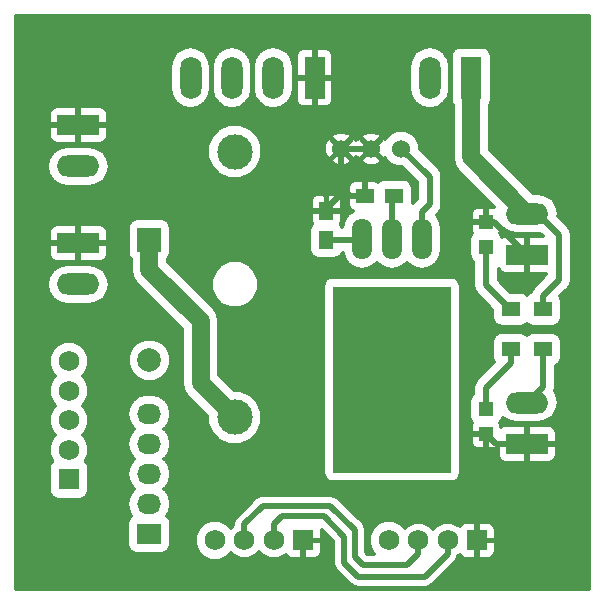
<source format=gbr>
G04 #@! TF.FileFunction,Copper,L2,Bot,Signal*
%FSLAX46Y46*%
G04 Gerber Fmt 4.6, Leading zero omitted, Abs format (unit mm)*
G04 Created by KiCad (PCBNEW 4.0.5) date Thu Feb 16 15:21:35 2017*
%MOMM*%
%LPD*%
G01*
G04 APERTURE LIST*
%ADD10C,0.100000*%
%ADD11R,1.750000X1.750000*%
%ADD12C,1.750000*%
%ADD13C,0.600000*%
%ADD14O,1.699260X3.500120*%
%ADD15R,10.000000X15.750000*%
%ADD16C,1.524000*%
%ADD17R,1.500000X1.300000*%
%ADD18R,1.198880X1.198880*%
%ADD19C,3.000000*%
%ADD20R,3.600000X1.800000*%
%ADD21O,3.600000X1.800000*%
%ADD22R,1.250000X1.500000*%
%ADD23R,1.500000X1.250000*%
%ADD24C,1.998980*%
%ADD25R,1.998980X1.998980*%
%ADD26R,2.032000X1.727200*%
%ADD27O,2.032000X1.727200*%
%ADD28R,1.800000X3.600000*%
%ADD29O,1.800000X3.600000*%
%ADD30C,4.064000*%
%ADD31C,0.500000*%
%ADD32C,1.500000*%
%ADD33C,0.250000*%
%ADD34C,0.350000*%
G04 APERTURE END LIST*
D10*
D11*
X125050000Y-95175000D03*
D12*
X122550000Y-95175000D03*
X120050000Y-95175000D03*
X117550000Y-95175000D03*
D13*
X115000000Y-95000000D03*
X110000000Y-95000000D03*
X145000000Y-90000000D03*
X140000000Y-90000000D03*
X125000000Y-90000000D03*
X115000000Y-90000000D03*
X115000000Y-85000000D03*
X140000000Y-80000000D03*
X125000000Y-80000000D03*
X110000000Y-80000000D03*
X140000000Y-75000000D03*
X110000000Y-75000000D03*
X125000000Y-70000000D03*
X120000000Y-70000000D03*
X115000000Y-70000000D03*
X145000000Y-65000000D03*
X125000000Y-65000000D03*
X120000000Y-65000000D03*
X115000000Y-65000000D03*
X130000000Y-60000000D03*
X125000000Y-60000000D03*
X130000000Y-55000000D03*
X110000000Y-55000000D03*
D14*
X132550000Y-69636000D03*
X135090000Y-69636000D03*
X130010000Y-69636000D03*
D15*
X132550000Y-81550000D03*
D16*
X135550000Y-83136000D03*
X135550000Y-81136000D03*
X135550000Y-79136000D03*
X135550000Y-77136000D03*
X135550000Y-75136000D03*
X133550000Y-77136000D03*
X133550000Y-75136000D03*
X133550000Y-79136000D03*
X133550000Y-81136000D03*
X133550000Y-83136000D03*
X131550000Y-75136000D03*
X129550000Y-79136000D03*
X131550000Y-79136000D03*
X131550000Y-77136000D03*
X129550000Y-75136000D03*
X129550000Y-77136000D03*
X129550000Y-81136000D03*
X131550000Y-83136000D03*
X131550000Y-81136000D03*
X129550000Y-83136000D03*
X135550000Y-85136000D03*
X135550000Y-87636000D03*
X129550000Y-85136000D03*
X129550000Y-87636000D03*
D17*
X145350000Y-75600000D03*
X142650000Y-75600000D03*
D18*
X140500000Y-70299020D03*
X140500000Y-68200980D03*
X140500000Y-84050980D03*
X140500000Y-86149020D03*
D17*
X145350000Y-79000000D03*
X142650000Y-79000000D03*
D19*
X119250000Y-84750000D03*
X119250000Y-62250000D03*
D20*
X144000000Y-87000000D03*
D21*
X144000000Y-83500000D03*
D11*
X139775000Y-95175000D03*
D12*
X137275000Y-95175000D03*
X134775000Y-95175000D03*
X132275000Y-95175000D03*
D11*
X105200000Y-90000000D03*
D12*
X105200000Y-87500000D03*
X105200000Y-85000000D03*
X105200000Y-82500000D03*
X105200000Y-80000000D03*
D22*
X127000000Y-69750000D03*
X127000000Y-67250000D03*
D23*
X132750000Y-66000000D03*
X130250000Y-66000000D03*
D24*
X112007620Y-79910000D03*
D25*
X112007620Y-69750000D03*
D26*
X112000000Y-94620000D03*
D27*
X112000000Y-92080000D03*
X112000000Y-89540000D03*
X112000000Y-87000000D03*
X112000000Y-84460000D03*
D16*
X130790000Y-62000000D03*
X128250000Y-62000000D03*
X133330000Y-62000000D03*
D20*
X106000000Y-60000000D03*
D21*
X106000000Y-63500000D03*
D20*
X106000000Y-70000000D03*
D21*
X106000000Y-73500000D03*
D28*
X126000000Y-56000000D03*
D29*
X122500000Y-56000000D03*
X119000000Y-56000000D03*
X115500000Y-56000000D03*
D28*
X139250000Y-56000000D03*
D29*
X135750000Y-56000000D03*
D20*
X144000000Y-71000000D03*
D21*
X144000000Y-67500000D03*
D30*
X104000000Y-96000000D03*
X104000000Y-54000000D03*
X146000000Y-96000000D03*
X146000000Y-54000000D03*
D31*
X145350000Y-79000000D02*
X145350000Y-82150000D01*
X145350000Y-82150000D02*
X144000000Y-83500000D01*
X132550000Y-69636000D02*
X132550000Y-66200000D01*
X132550000Y-66200000D02*
X132750000Y-66000000D01*
X134775000Y-96293868D02*
X134775000Y-95056432D01*
X127318393Y-92231420D02*
X129400011Y-94313038D01*
X120050000Y-95056432D02*
X120050000Y-93818996D01*
X120050000Y-93818996D02*
X121637576Y-92231420D01*
X121637576Y-92231420D02*
X127318393Y-92231420D01*
X129400011Y-94313038D02*
X129400011Y-96549808D01*
X129400011Y-96549808D02*
X130081635Y-97231432D01*
X130081635Y-97231432D02*
X133837436Y-97231432D01*
X133837436Y-97231432D02*
X134775000Y-96293868D01*
X126765001Y-93131431D02*
X123237565Y-93131431D01*
X137275000Y-96293868D02*
X135337436Y-98231432D01*
X135337436Y-98231432D02*
X129681595Y-98231432D01*
X123237565Y-93131431D02*
X122550000Y-93818996D01*
X137275000Y-95056432D02*
X137275000Y-96293868D01*
X122550000Y-93818996D02*
X122550000Y-95056432D01*
X128500000Y-94866430D02*
X126765001Y-93131431D01*
X129681595Y-98231432D02*
X128500000Y-97049837D01*
X128500000Y-97049837D02*
X128500000Y-94866430D01*
X144000000Y-87000000D02*
X141350980Y-87000000D01*
X141350980Y-87000000D02*
X140500000Y-86149020D01*
X140500000Y-68200980D02*
X141200980Y-68200980D01*
X141200980Y-68200980D02*
X144000000Y-71000000D01*
X127000000Y-67250000D02*
X127000000Y-67125000D01*
X127000000Y-67125000D02*
X128250000Y-65875000D01*
X128250000Y-65875000D02*
X128250000Y-65250000D01*
X130250000Y-66000000D02*
X129000000Y-66000000D01*
X129000000Y-66000000D02*
X128250000Y-65250000D01*
X128250000Y-65250000D02*
X128250000Y-63077630D01*
X128250000Y-63077630D02*
X128250000Y-62000000D01*
X128250000Y-62000000D02*
X130790000Y-62000000D01*
D32*
X119250000Y-84750000D02*
X116349999Y-81849999D01*
X116349999Y-81849999D02*
X116349999Y-76591869D01*
X116349999Y-76591869D02*
X112007620Y-72249490D01*
X112007620Y-72249490D02*
X112007620Y-69750000D01*
D31*
X142650000Y-79000000D02*
X142650000Y-80150000D01*
X142650000Y-80150000D02*
X140500000Y-82300000D01*
X140500000Y-82300000D02*
X140500000Y-82951540D01*
X140500000Y-82951540D02*
X140500000Y-84050980D01*
X140650000Y-83800980D02*
X140500000Y-83950980D01*
X142650000Y-75600000D02*
X142550000Y-75600000D01*
X142550000Y-75600000D02*
X140500000Y-73550000D01*
X140500000Y-73550000D02*
X140500000Y-72650000D01*
X140500000Y-72650000D02*
X140500000Y-70299020D01*
X145350000Y-75600000D02*
X145350000Y-74450000D01*
X145350000Y-74450000D02*
X146700001Y-73099999D01*
X146700001Y-73099999D02*
X146700001Y-69300001D01*
X144900000Y-67500000D02*
X144000000Y-67500000D01*
X146700001Y-69300001D02*
X144900000Y-67500000D01*
D32*
X139250000Y-62750000D02*
X144000000Y-67500000D01*
X139250000Y-62750000D02*
X139250000Y-56000000D01*
D31*
X135750000Y-66725940D02*
X135750000Y-64420000D01*
X135750000Y-64420000D02*
X133330000Y-62000000D01*
X135090000Y-69636000D02*
X135090000Y-67385940D01*
X135090000Y-67385940D02*
X135750000Y-66725940D01*
X135104000Y-69650000D02*
X135090000Y-69636000D01*
X135090000Y-69636000D02*
X135090000Y-70536430D01*
X135040000Y-69586000D02*
X135090000Y-69636000D01*
D33*
X135180000Y-69546000D02*
X135090000Y-69636000D01*
D31*
X129896000Y-69750000D02*
X130010000Y-69636000D01*
X127000000Y-69750000D02*
X129896000Y-69750000D01*
X129874000Y-69500000D02*
X130010000Y-69636000D01*
D33*
X130275000Y-69371000D02*
X130010000Y-69636000D01*
D34*
G36*
X149242000Y-99242000D02*
X100758000Y-99242000D01*
X100758000Y-89125000D01*
X103483838Y-89125000D01*
X103483838Y-90875000D01*
X103541364Y-91180727D01*
X103722049Y-91461518D01*
X103997741Y-91649890D01*
X104325000Y-91716162D01*
X106075000Y-91716162D01*
X106380727Y-91658636D01*
X106661518Y-91477951D01*
X106849890Y-91202259D01*
X106916162Y-90875000D01*
X106916162Y-89125000D01*
X106858636Y-88819273D01*
X106677951Y-88538482D01*
X106611471Y-88493058D01*
X106640350Y-88464230D01*
X106899704Y-87839634D01*
X106900294Y-87163333D01*
X106642030Y-86538285D01*
X106354164Y-86249916D01*
X106640350Y-85964230D01*
X106899704Y-85339634D01*
X106900294Y-84663333D01*
X106816279Y-84460000D01*
X110122933Y-84460000D01*
X110251470Y-85106199D01*
X110617512Y-85654021D01*
X110731223Y-85730000D01*
X110617512Y-85805979D01*
X110251470Y-86353801D01*
X110122933Y-87000000D01*
X110251470Y-87646199D01*
X110617512Y-88194021D01*
X110731223Y-88270000D01*
X110617512Y-88345979D01*
X110251470Y-88893801D01*
X110122933Y-89540000D01*
X110251470Y-90186199D01*
X110617512Y-90734021D01*
X110731223Y-90810000D01*
X110617512Y-90885979D01*
X110251470Y-91433801D01*
X110122933Y-92080000D01*
X110251470Y-92726199D01*
X110495014Y-93090689D01*
X110397482Y-93153449D01*
X110209110Y-93429141D01*
X110142838Y-93756400D01*
X110142838Y-95483600D01*
X110200364Y-95789327D01*
X110381049Y-96070118D01*
X110656741Y-96258490D01*
X110984000Y-96324762D01*
X113016000Y-96324762D01*
X113321727Y-96267236D01*
X113602518Y-96086551D01*
X113790890Y-95810859D01*
X113851478Y-95511667D01*
X115849706Y-95511667D01*
X116107970Y-96136715D01*
X116585770Y-96615350D01*
X117210366Y-96874704D01*
X117886667Y-96875294D01*
X118511715Y-96617030D01*
X118900581Y-96228843D01*
X119166312Y-96495038D01*
X119738735Y-96732729D01*
X120358546Y-96733270D01*
X120931383Y-96496578D01*
X121300259Y-96128345D01*
X121666312Y-96495038D01*
X122238735Y-96732729D01*
X122858546Y-96733270D01*
X123431383Y-96496578D01*
X123565322Y-96362872D01*
X123595981Y-96436889D01*
X123788112Y-96629019D01*
X124039143Y-96733000D01*
X124800250Y-96733000D01*
X124971000Y-96562250D01*
X124971000Y-95254000D01*
X125129000Y-95254000D01*
X125129000Y-96562250D01*
X125299750Y-96733000D01*
X126060857Y-96733000D01*
X126311888Y-96629019D01*
X126504019Y-96436889D01*
X126608000Y-96185857D01*
X126608000Y-95424750D01*
X126437250Y-95254000D01*
X125129000Y-95254000D01*
X124971000Y-95254000D01*
X124951000Y-95254000D01*
X124951000Y-95096000D01*
X124971000Y-95096000D01*
X124971000Y-95076000D01*
X125129000Y-95076000D01*
X125129000Y-95096000D01*
X126437250Y-95096000D01*
X126608000Y-94925250D01*
X126608000Y-94293892D01*
X127567000Y-95252892D01*
X127567000Y-97049832D01*
X127566999Y-97049837D01*
X127638020Y-97406881D01*
X127840269Y-97709568D01*
X129021862Y-98891160D01*
X129021864Y-98891163D01*
X129324551Y-99093412D01*
X129383789Y-99105195D01*
X129681595Y-99164433D01*
X129681600Y-99164432D01*
X135337431Y-99164432D01*
X135337436Y-99164433D01*
X135694480Y-99093412D01*
X135997167Y-98891163D01*
X137934728Y-96953601D01*
X137934731Y-96953599D01*
X138136980Y-96650912D01*
X138170477Y-96482508D01*
X138290322Y-96362872D01*
X138320981Y-96436889D01*
X138513112Y-96629019D01*
X138764143Y-96733000D01*
X139525250Y-96733000D01*
X139696000Y-96562250D01*
X139696000Y-95254000D01*
X139854000Y-95254000D01*
X139854000Y-96562250D01*
X140024750Y-96733000D01*
X140785857Y-96733000D01*
X141036888Y-96629019D01*
X141229019Y-96436889D01*
X141333000Y-96185857D01*
X141333000Y-95424750D01*
X141162250Y-95254000D01*
X139854000Y-95254000D01*
X139696000Y-95254000D01*
X139676000Y-95254000D01*
X139676000Y-95096000D01*
X139696000Y-95096000D01*
X139696000Y-93787750D01*
X139854000Y-93787750D01*
X139854000Y-95096000D01*
X141162250Y-95096000D01*
X141333000Y-94925250D01*
X141333000Y-94164143D01*
X141229019Y-93913111D01*
X141036888Y-93720981D01*
X140785857Y-93617000D01*
X140024750Y-93617000D01*
X139854000Y-93787750D01*
X139696000Y-93787750D01*
X139525250Y-93617000D01*
X138764143Y-93617000D01*
X138513112Y-93720981D01*
X138320981Y-93913111D01*
X138290410Y-93986915D01*
X138158688Y-93854962D01*
X137586265Y-93617271D01*
X136966454Y-93616730D01*
X136393617Y-93853422D01*
X136024741Y-94221655D01*
X135658688Y-93854962D01*
X135086265Y-93617271D01*
X134466454Y-93616730D01*
X133893617Y-93853422D01*
X133625238Y-94121333D01*
X133239230Y-93734650D01*
X132614634Y-93475296D01*
X131938333Y-93474706D01*
X131313285Y-93732970D01*
X130834650Y-94210770D01*
X130575296Y-94835366D01*
X130574706Y-95511667D01*
X130832970Y-96136715D01*
X130994405Y-96298432D01*
X130468097Y-96298432D01*
X130333011Y-96163346D01*
X130333011Y-94313038D01*
X130261991Y-93955994D01*
X130059742Y-93653307D01*
X130059739Y-93653305D01*
X127978124Y-91571689D01*
X127675437Y-91369440D01*
X127318393Y-91298419D01*
X127318388Y-91298420D01*
X121637581Y-91298420D01*
X121637576Y-91298419D01*
X121339770Y-91357657D01*
X121280532Y-91369440D01*
X120977845Y-91571689D01*
X120977843Y-91571692D01*
X119390269Y-93159265D01*
X119188020Y-93461952D01*
X119116999Y-93818996D01*
X119117000Y-93819001D01*
X119117000Y-93904949D01*
X118900238Y-94121333D01*
X118514230Y-93734650D01*
X117889634Y-93475296D01*
X117213333Y-93474706D01*
X116588285Y-93732970D01*
X116109650Y-94210770D01*
X115850296Y-94835366D01*
X115849706Y-95511667D01*
X113851478Y-95511667D01*
X113857162Y-95483600D01*
X113857162Y-93756400D01*
X113799636Y-93450673D01*
X113618951Y-93169882D01*
X113504379Y-93091598D01*
X113748530Y-92726199D01*
X113877067Y-92080000D01*
X113748530Y-91433801D01*
X113382488Y-90885979D01*
X113268777Y-90810000D01*
X113382488Y-90734021D01*
X113748530Y-90186199D01*
X113877067Y-89540000D01*
X113748530Y-88893801D01*
X113382488Y-88345979D01*
X113268777Y-88270000D01*
X113382488Y-88194021D01*
X113748530Y-87646199D01*
X113877067Y-87000000D01*
X113748530Y-86353801D01*
X113382488Y-85805979D01*
X113268777Y-85730000D01*
X113382488Y-85654021D01*
X113748530Y-85106199D01*
X113877067Y-84460000D01*
X113748530Y-83813801D01*
X113382488Y-83265979D01*
X112834666Y-82899937D01*
X112188467Y-82771400D01*
X111811533Y-82771400D01*
X111165334Y-82899937D01*
X110617512Y-83265979D01*
X110251470Y-83813801D01*
X110122933Y-84460000D01*
X106816279Y-84460000D01*
X106642030Y-84038285D01*
X106354164Y-83749916D01*
X106640350Y-83464230D01*
X106899704Y-82839634D01*
X106900294Y-82163333D01*
X106642030Y-81538285D01*
X106354164Y-81249916D01*
X106640350Y-80964230D01*
X106899704Y-80339634D01*
X106899763Y-80271321D01*
X110182814Y-80271321D01*
X110459991Y-80942140D01*
X110972780Y-81455826D01*
X111643114Y-81734173D01*
X112368941Y-81734806D01*
X113039760Y-81457629D01*
X113553446Y-80944840D01*
X113831793Y-80274506D01*
X113832426Y-79548679D01*
X113555249Y-78877860D01*
X113042460Y-78364174D01*
X112372126Y-78085827D01*
X111646299Y-78085194D01*
X110975480Y-78362371D01*
X110461794Y-78875160D01*
X110183447Y-79545494D01*
X110182814Y-80271321D01*
X106899763Y-80271321D01*
X106900294Y-79663333D01*
X106642030Y-79038285D01*
X106164230Y-78559650D01*
X105539634Y-78300296D01*
X104863333Y-78299706D01*
X104238285Y-78557970D01*
X103759650Y-79035770D01*
X103500296Y-79660366D01*
X103499706Y-80336667D01*
X103757970Y-80961715D01*
X104045836Y-81250084D01*
X103759650Y-81535770D01*
X103500296Y-82160366D01*
X103499706Y-82836667D01*
X103757970Y-83461715D01*
X104045836Y-83750084D01*
X103759650Y-84035770D01*
X103500296Y-84660366D01*
X103499706Y-85336667D01*
X103757970Y-85961715D01*
X104045836Y-86250084D01*
X103759650Y-86535770D01*
X103500296Y-87160366D01*
X103499706Y-87836667D01*
X103757970Y-88461715D01*
X103787020Y-88490816D01*
X103738482Y-88522049D01*
X103550110Y-88797741D01*
X103483838Y-89125000D01*
X100758000Y-89125000D01*
X100758000Y-73500000D01*
X103323573Y-73500000D01*
X103454881Y-74160129D01*
X103828814Y-74719759D01*
X104388444Y-75093692D01*
X105048573Y-75225000D01*
X106951427Y-75225000D01*
X107611556Y-75093692D01*
X108171186Y-74719759D01*
X108545119Y-74160129D01*
X108676427Y-73500000D01*
X108545119Y-72839871D01*
X108171186Y-72280241D01*
X107611556Y-71906308D01*
X106951427Y-71775000D01*
X105048573Y-71775000D01*
X104388444Y-71906308D01*
X103828814Y-72280241D01*
X103454881Y-72839871D01*
X103323573Y-73500000D01*
X100758000Y-73500000D01*
X100758000Y-70249750D01*
X103517000Y-70249750D01*
X103517000Y-71035857D01*
X103620981Y-71286888D01*
X103813111Y-71479019D01*
X104064143Y-71583000D01*
X105750250Y-71583000D01*
X105921000Y-71412250D01*
X105921000Y-70079000D01*
X106079000Y-70079000D01*
X106079000Y-71412250D01*
X106249750Y-71583000D01*
X107935857Y-71583000D01*
X108186889Y-71479019D01*
X108379019Y-71286888D01*
X108483000Y-71035857D01*
X108483000Y-70249750D01*
X108312250Y-70079000D01*
X106079000Y-70079000D01*
X105921000Y-70079000D01*
X103687750Y-70079000D01*
X103517000Y-70249750D01*
X100758000Y-70249750D01*
X100758000Y-68964143D01*
X103517000Y-68964143D01*
X103517000Y-69750250D01*
X103687750Y-69921000D01*
X105921000Y-69921000D01*
X105921000Y-68587750D01*
X106079000Y-68587750D01*
X106079000Y-69921000D01*
X108312250Y-69921000D01*
X108483000Y-69750250D01*
X108483000Y-68964143D01*
X108394510Y-68750510D01*
X110166968Y-68750510D01*
X110166968Y-70749490D01*
X110224494Y-71055217D01*
X110405179Y-71336008D01*
X110432620Y-71354758D01*
X110432620Y-72249490D01*
X110552510Y-72852217D01*
X110893927Y-73363183D01*
X114774999Y-77244255D01*
X114774999Y-81849999D01*
X114894889Y-82452726D01*
X115236306Y-82963692D01*
X116925085Y-84652471D01*
X116924598Y-85210442D01*
X117277812Y-86065286D01*
X117931274Y-86719889D01*
X118785500Y-87074595D01*
X119710442Y-87075402D01*
X120565286Y-86722188D01*
X121219889Y-86068726D01*
X121574595Y-85214500D01*
X121575402Y-84289558D01*
X121222188Y-83434714D01*
X120568726Y-82780111D01*
X119714500Y-82425405D01*
X119152300Y-82424914D01*
X117924999Y-81197613D01*
X117924999Y-76591869D01*
X117805109Y-75989143D01*
X117805109Y-75989142D01*
X117463692Y-75478176D01*
X115888131Y-73902615D01*
X117216648Y-73902615D01*
X117525501Y-74650098D01*
X118096894Y-75222489D01*
X118843837Y-75532647D01*
X119652615Y-75533352D01*
X120400098Y-75224499D01*
X120972489Y-74653106D01*
X121282647Y-73906163D01*
X121282848Y-73675000D01*
X126708838Y-73675000D01*
X126708838Y-89425000D01*
X126766364Y-89730727D01*
X126947049Y-90011518D01*
X127222741Y-90199890D01*
X127550000Y-90266162D01*
X137550000Y-90266162D01*
X137855727Y-90208636D01*
X138136518Y-90027951D01*
X138324890Y-89752259D01*
X138391162Y-89425000D01*
X138391162Y-86398770D01*
X139217560Y-86398770D01*
X139217560Y-86884317D01*
X139321541Y-87135348D01*
X139513671Y-87327479D01*
X139764703Y-87431460D01*
X140250250Y-87431460D01*
X140421000Y-87260710D01*
X140421000Y-86228020D01*
X139388310Y-86228020D01*
X139217560Y-86398770D01*
X138391162Y-86398770D01*
X138391162Y-83451540D01*
X139059398Y-83451540D01*
X139059398Y-84650420D01*
X139116924Y-84956147D01*
X139293459Y-85230488D01*
X139217560Y-85413723D01*
X139217560Y-85899270D01*
X139388310Y-86070020D01*
X140421000Y-86070020D01*
X140421000Y-86050020D01*
X140579000Y-86050020D01*
X140579000Y-86070020D01*
X140599000Y-86070020D01*
X140599000Y-86228020D01*
X140579000Y-86228020D01*
X140579000Y-87260710D01*
X140749750Y-87431460D01*
X141235297Y-87431460D01*
X141486329Y-87327479D01*
X141517000Y-87296808D01*
X141517000Y-88035857D01*
X141620981Y-88286888D01*
X141813111Y-88479019D01*
X142064143Y-88583000D01*
X143750250Y-88583000D01*
X143921000Y-88412250D01*
X143921000Y-87079000D01*
X144079000Y-87079000D01*
X144079000Y-88412250D01*
X144249750Y-88583000D01*
X145935857Y-88583000D01*
X146186889Y-88479019D01*
X146379019Y-88286888D01*
X146483000Y-88035857D01*
X146483000Y-87249750D01*
X146312250Y-87079000D01*
X144079000Y-87079000D01*
X143921000Y-87079000D01*
X143901000Y-87079000D01*
X143901000Y-86921000D01*
X143921000Y-86921000D01*
X143921000Y-85587750D01*
X144079000Y-85587750D01*
X144079000Y-86921000D01*
X146312250Y-86921000D01*
X146483000Y-86750250D01*
X146483000Y-85964143D01*
X146379019Y-85713112D01*
X146186889Y-85520981D01*
X145935857Y-85417000D01*
X144249750Y-85417000D01*
X144079000Y-85587750D01*
X143921000Y-85587750D01*
X143750250Y-85417000D01*
X142064143Y-85417000D01*
X141813111Y-85520981D01*
X141782440Y-85551652D01*
X141782440Y-85413723D01*
X141704674Y-85225980D01*
X141874330Y-84977679D01*
X141914911Y-84777287D01*
X142388444Y-85093692D01*
X143048573Y-85225000D01*
X144951427Y-85225000D01*
X145611556Y-85093692D01*
X146171186Y-84719759D01*
X146545119Y-84160129D01*
X146676427Y-83500000D01*
X146545119Y-82839871D01*
X146346811Y-82543082D01*
X146425000Y-82150000D01*
X146425000Y-80421234D01*
X146686518Y-80252951D01*
X146874890Y-79977259D01*
X146941162Y-79650000D01*
X146941162Y-78350000D01*
X146883636Y-78044273D01*
X146702951Y-77763482D01*
X146427259Y-77575110D01*
X146100000Y-77508838D01*
X144600000Y-77508838D01*
X144294273Y-77566364D01*
X144013482Y-77747049D01*
X144002476Y-77763157D01*
X143727259Y-77575110D01*
X143400000Y-77508838D01*
X141900000Y-77508838D01*
X141594273Y-77566364D01*
X141313482Y-77747049D01*
X141125110Y-78022741D01*
X141058838Y-78350000D01*
X141058838Y-79650000D01*
X141116364Y-79955727D01*
X141197658Y-80082062D01*
X139739860Y-81539860D01*
X139506830Y-81888615D01*
X139425000Y-82300000D01*
X139425000Y-82777189D01*
X139314042Y-82848589D01*
X139125670Y-83124281D01*
X139059398Y-83451540D01*
X138391162Y-83451540D01*
X138391162Y-73675000D01*
X138333636Y-73369273D01*
X138152951Y-73088482D01*
X137877259Y-72900110D01*
X137550000Y-72833838D01*
X127550000Y-72833838D01*
X127244273Y-72891364D01*
X126963482Y-73072049D01*
X126775110Y-73347741D01*
X126708838Y-73675000D01*
X121282848Y-73675000D01*
X121283352Y-73097385D01*
X120974499Y-72349902D01*
X120403106Y-71777511D01*
X119656163Y-71467353D01*
X118847385Y-71466648D01*
X118099902Y-71775501D01*
X117527511Y-72346894D01*
X117217353Y-73093837D01*
X117216648Y-73902615D01*
X115888131Y-73902615D01*
X113582620Y-71597104D01*
X113582620Y-71359524D01*
X113593628Y-71352441D01*
X113782000Y-71076749D01*
X113848272Y-70749490D01*
X113848272Y-69000000D01*
X125533838Y-69000000D01*
X125533838Y-70500000D01*
X125591364Y-70805727D01*
X125772049Y-71086518D01*
X126047741Y-71274890D01*
X126375000Y-71341162D01*
X127625000Y-71341162D01*
X127930727Y-71283636D01*
X128211518Y-71102951D01*
X128386952Y-70846195D01*
X128462844Y-71227731D01*
X128825858Y-71771020D01*
X129369147Y-72134034D01*
X130010000Y-72261508D01*
X130650853Y-72134034D01*
X131194142Y-71771020D01*
X131280000Y-71642524D01*
X131365858Y-71771020D01*
X131909147Y-72134034D01*
X132550000Y-72261508D01*
X133190853Y-72134034D01*
X133734142Y-71771020D01*
X133820000Y-71642524D01*
X133905858Y-71771020D01*
X134449147Y-72134034D01*
X135090000Y-72261508D01*
X135730853Y-72134034D01*
X136274142Y-71771020D01*
X136637156Y-71227731D01*
X136764630Y-70586878D01*
X136764630Y-68685122D01*
X136637156Y-68044269D01*
X136362701Y-67633519D01*
X136510140Y-67486080D01*
X136523768Y-67465683D01*
X139217560Y-67465683D01*
X139217560Y-67951230D01*
X139388310Y-68121980D01*
X140421000Y-68121980D01*
X140421000Y-67089290D01*
X140250250Y-66918540D01*
X139764703Y-66918540D01*
X139513671Y-67022521D01*
X139321541Y-67214652D01*
X139217560Y-67465683D01*
X136523768Y-67465683D01*
X136629129Y-67308000D01*
X136743170Y-67137325D01*
X136825000Y-66725940D01*
X136825000Y-64420000D01*
X136743170Y-64008615D01*
X136510140Y-63659860D01*
X134916943Y-62066663D01*
X134917275Y-61685711D01*
X134676177Y-61102211D01*
X134230137Y-60655392D01*
X133647059Y-60413276D01*
X133015711Y-60412725D01*
X132432211Y-60653823D01*
X131985392Y-61099863D01*
X131951623Y-61181187D01*
X131765214Y-61136509D01*
X130901723Y-62000000D01*
X131765214Y-62863491D01*
X131951230Y-62818908D01*
X131983823Y-62897789D01*
X132429863Y-63344608D01*
X133012941Y-63586724D01*
X133396779Y-63587059D01*
X134675000Y-64865280D01*
X134675000Y-66280660D01*
X134341162Y-66614498D01*
X134341162Y-65375000D01*
X134283636Y-65069273D01*
X134102951Y-64788482D01*
X133827259Y-64600110D01*
X133500000Y-64533838D01*
X132000000Y-64533838D01*
X131694273Y-64591364D01*
X131413482Y-64772049D01*
X131392973Y-64802066D01*
X131386888Y-64795981D01*
X131135857Y-64692000D01*
X130499750Y-64692000D01*
X130329000Y-64862750D01*
X130329000Y-65921000D01*
X130349000Y-65921000D01*
X130349000Y-66079000D01*
X130329000Y-66079000D01*
X130329000Y-66099000D01*
X130171000Y-66099000D01*
X130171000Y-66079000D01*
X128987750Y-66079000D01*
X128817000Y-66249750D01*
X128817000Y-66760857D01*
X128920981Y-67011889D01*
X129113112Y-67204019D01*
X129210141Y-67244210D01*
X128825858Y-67500980D01*
X128462844Y-68044269D01*
X128351280Y-68605139D01*
X128227951Y-68413482D01*
X128197934Y-68392973D01*
X128204019Y-68386888D01*
X128308000Y-68135857D01*
X128308000Y-67499750D01*
X128137250Y-67329000D01*
X127079000Y-67329000D01*
X127079000Y-67349000D01*
X126921000Y-67349000D01*
X126921000Y-67329000D01*
X125862750Y-67329000D01*
X125692000Y-67499750D01*
X125692000Y-68135857D01*
X125795981Y-68386888D01*
X125799227Y-68390134D01*
X125788482Y-68397049D01*
X125600110Y-68672741D01*
X125533838Y-69000000D01*
X113848272Y-69000000D01*
X113848272Y-68750510D01*
X113790746Y-68444783D01*
X113610061Y-68163992D01*
X113334369Y-67975620D01*
X113007110Y-67909348D01*
X111008130Y-67909348D01*
X110702403Y-67966874D01*
X110421612Y-68147559D01*
X110233240Y-68423251D01*
X110166968Y-68750510D01*
X108394510Y-68750510D01*
X108379019Y-68713112D01*
X108186889Y-68520981D01*
X107935857Y-68417000D01*
X106249750Y-68417000D01*
X106079000Y-68587750D01*
X105921000Y-68587750D01*
X105750250Y-68417000D01*
X104064143Y-68417000D01*
X103813111Y-68520981D01*
X103620981Y-68713112D01*
X103517000Y-68964143D01*
X100758000Y-68964143D01*
X100758000Y-66364143D01*
X125692000Y-66364143D01*
X125692000Y-67000250D01*
X125862750Y-67171000D01*
X126921000Y-67171000D01*
X126921000Y-65987750D01*
X127079000Y-65987750D01*
X127079000Y-67171000D01*
X128137250Y-67171000D01*
X128308000Y-67000250D01*
X128308000Y-66364143D01*
X128204019Y-66113112D01*
X128011889Y-65920981D01*
X127760857Y-65817000D01*
X127249750Y-65817000D01*
X127079000Y-65987750D01*
X126921000Y-65987750D01*
X126750250Y-65817000D01*
X126239143Y-65817000D01*
X125988111Y-65920981D01*
X125795981Y-66113112D01*
X125692000Y-66364143D01*
X100758000Y-66364143D01*
X100758000Y-65239143D01*
X128817000Y-65239143D01*
X128817000Y-65750250D01*
X128987750Y-65921000D01*
X130171000Y-65921000D01*
X130171000Y-64862750D01*
X130000250Y-64692000D01*
X129364143Y-64692000D01*
X129113112Y-64795981D01*
X128920981Y-64988111D01*
X128817000Y-65239143D01*
X100758000Y-65239143D01*
X100758000Y-63500000D01*
X103323573Y-63500000D01*
X103454881Y-64160129D01*
X103828814Y-64719759D01*
X104388444Y-65093692D01*
X105048573Y-65225000D01*
X106951427Y-65225000D01*
X107611556Y-65093692D01*
X108171186Y-64719759D01*
X108545119Y-64160129D01*
X108676427Y-63500000D01*
X108545119Y-62839871D01*
X108458638Y-62710442D01*
X116924598Y-62710442D01*
X117277812Y-63565286D01*
X117931274Y-64219889D01*
X118785500Y-64574595D01*
X119710442Y-64575402D01*
X120565286Y-64222188D01*
X121219889Y-63568726D01*
X121466336Y-62975214D01*
X127386509Y-62975214D01*
X127449169Y-63236652D01*
X127983375Y-63448983D01*
X128558172Y-63440718D01*
X129050831Y-63236652D01*
X129113491Y-62975214D01*
X129926509Y-62975214D01*
X129989169Y-63236652D01*
X130523375Y-63448983D01*
X131098172Y-63440718D01*
X131590831Y-63236652D01*
X131653491Y-62975214D01*
X130790000Y-62111723D01*
X129926509Y-62975214D01*
X129113491Y-62975214D01*
X128250000Y-62111723D01*
X127386509Y-62975214D01*
X121466336Y-62975214D01*
X121574595Y-62714500D01*
X121575402Y-61789558D01*
X121552188Y-61733375D01*
X126801017Y-61733375D01*
X126809282Y-62308172D01*
X127013348Y-62800831D01*
X127274786Y-62863491D01*
X128138277Y-62000000D01*
X128361723Y-62000000D01*
X129225214Y-62863491D01*
X129486652Y-62800831D01*
X129519312Y-62718661D01*
X129553348Y-62800831D01*
X129814786Y-62863491D01*
X130678277Y-62000000D01*
X129814786Y-61136509D01*
X129553348Y-61199169D01*
X129520688Y-61281339D01*
X129486652Y-61199169D01*
X129225214Y-61136509D01*
X128361723Y-62000000D01*
X128138277Y-62000000D01*
X127274786Y-61136509D01*
X127013348Y-61199169D01*
X126801017Y-61733375D01*
X121552188Y-61733375D01*
X121259405Y-61024786D01*
X127386509Y-61024786D01*
X128250000Y-61888277D01*
X129113491Y-61024786D01*
X129926509Y-61024786D01*
X130790000Y-61888277D01*
X131653491Y-61024786D01*
X131590831Y-60763348D01*
X131056625Y-60551017D01*
X130481828Y-60559282D01*
X129989169Y-60763348D01*
X129926509Y-61024786D01*
X129113491Y-61024786D01*
X129050831Y-60763348D01*
X128516625Y-60551017D01*
X127941828Y-60559282D01*
X127449169Y-60763348D01*
X127386509Y-61024786D01*
X121259405Y-61024786D01*
X121222188Y-60934714D01*
X120568726Y-60280111D01*
X119714500Y-59925405D01*
X118789558Y-59924598D01*
X117934714Y-60277812D01*
X117280111Y-60931274D01*
X116925405Y-61785500D01*
X116924598Y-62710442D01*
X108458638Y-62710442D01*
X108171186Y-62280241D01*
X107611556Y-61906308D01*
X106951427Y-61775000D01*
X105048573Y-61775000D01*
X104388444Y-61906308D01*
X103828814Y-62280241D01*
X103454881Y-62839871D01*
X103323573Y-63500000D01*
X100758000Y-63500000D01*
X100758000Y-60249750D01*
X103517000Y-60249750D01*
X103517000Y-61035857D01*
X103620981Y-61286888D01*
X103813111Y-61479019D01*
X104064143Y-61583000D01*
X105750250Y-61583000D01*
X105921000Y-61412250D01*
X105921000Y-60079000D01*
X106079000Y-60079000D01*
X106079000Y-61412250D01*
X106249750Y-61583000D01*
X107935857Y-61583000D01*
X108186889Y-61479019D01*
X108379019Y-61286888D01*
X108483000Y-61035857D01*
X108483000Y-60249750D01*
X108312250Y-60079000D01*
X106079000Y-60079000D01*
X105921000Y-60079000D01*
X103687750Y-60079000D01*
X103517000Y-60249750D01*
X100758000Y-60249750D01*
X100758000Y-58964143D01*
X103517000Y-58964143D01*
X103517000Y-59750250D01*
X103687750Y-59921000D01*
X105921000Y-59921000D01*
X105921000Y-58587750D01*
X106079000Y-58587750D01*
X106079000Y-59921000D01*
X108312250Y-59921000D01*
X108483000Y-59750250D01*
X108483000Y-58964143D01*
X108379019Y-58713112D01*
X108186889Y-58520981D01*
X107935857Y-58417000D01*
X106249750Y-58417000D01*
X106079000Y-58587750D01*
X105921000Y-58587750D01*
X105750250Y-58417000D01*
X104064143Y-58417000D01*
X103813111Y-58520981D01*
X103620981Y-58713112D01*
X103517000Y-58964143D01*
X100758000Y-58964143D01*
X100758000Y-55048573D01*
X113775000Y-55048573D01*
X113775000Y-56951427D01*
X113906308Y-57611556D01*
X114280241Y-58171186D01*
X114839871Y-58545119D01*
X115500000Y-58676427D01*
X116160129Y-58545119D01*
X116719759Y-58171186D01*
X117093692Y-57611556D01*
X117225000Y-56951427D01*
X117225000Y-55048573D01*
X117275000Y-55048573D01*
X117275000Y-56951427D01*
X117406308Y-57611556D01*
X117780241Y-58171186D01*
X118339871Y-58545119D01*
X119000000Y-58676427D01*
X119660129Y-58545119D01*
X120219759Y-58171186D01*
X120593692Y-57611556D01*
X120725000Y-56951427D01*
X120725000Y-55048573D01*
X120775000Y-55048573D01*
X120775000Y-56951427D01*
X120906308Y-57611556D01*
X121280241Y-58171186D01*
X121839871Y-58545119D01*
X122500000Y-58676427D01*
X123160129Y-58545119D01*
X123719759Y-58171186D01*
X124093692Y-57611556D01*
X124225000Y-56951427D01*
X124225000Y-56249750D01*
X124417000Y-56249750D01*
X124417000Y-57935857D01*
X124520981Y-58186889D01*
X124713112Y-58379019D01*
X124964143Y-58483000D01*
X125750250Y-58483000D01*
X125921000Y-58312250D01*
X125921000Y-56079000D01*
X126079000Y-56079000D01*
X126079000Y-58312250D01*
X126249750Y-58483000D01*
X127035857Y-58483000D01*
X127286888Y-58379019D01*
X127479019Y-58186889D01*
X127583000Y-57935857D01*
X127583000Y-56249750D01*
X127412250Y-56079000D01*
X126079000Y-56079000D01*
X125921000Y-56079000D01*
X124587750Y-56079000D01*
X124417000Y-56249750D01*
X124225000Y-56249750D01*
X124225000Y-55048573D01*
X124093692Y-54388444D01*
X123877001Y-54064143D01*
X124417000Y-54064143D01*
X124417000Y-55750250D01*
X124587750Y-55921000D01*
X125921000Y-55921000D01*
X125921000Y-53687750D01*
X126079000Y-53687750D01*
X126079000Y-55921000D01*
X127412250Y-55921000D01*
X127583000Y-55750250D01*
X127583000Y-55048573D01*
X134025000Y-55048573D01*
X134025000Y-56951427D01*
X134156308Y-57611556D01*
X134530241Y-58171186D01*
X135089871Y-58545119D01*
X135750000Y-58676427D01*
X136410129Y-58545119D01*
X136969759Y-58171186D01*
X137343692Y-57611556D01*
X137475000Y-56951427D01*
X137475000Y-55048573D01*
X137343692Y-54388444D01*
X137217778Y-54200000D01*
X137508838Y-54200000D01*
X137508838Y-57800000D01*
X137566364Y-58105727D01*
X137675000Y-58274551D01*
X137675000Y-62750000D01*
X137794890Y-63352727D01*
X138136307Y-63863693D01*
X141191154Y-66918540D01*
X140749750Y-66918540D01*
X140579000Y-67089290D01*
X140579000Y-68121980D01*
X140599000Y-68121980D01*
X140599000Y-68279980D01*
X140579000Y-68279980D01*
X140579000Y-68299980D01*
X140421000Y-68299980D01*
X140421000Y-68279980D01*
X139388310Y-68279980D01*
X139217560Y-68450730D01*
X139217560Y-68936277D01*
X139295326Y-69124020D01*
X139125670Y-69372321D01*
X139059398Y-69699580D01*
X139059398Y-70898460D01*
X139116924Y-71204187D01*
X139297609Y-71484978D01*
X139425000Y-71572020D01*
X139425000Y-73550000D01*
X139506830Y-73961385D01*
X139558434Y-74038616D01*
X139739860Y-74310140D01*
X141058838Y-75629118D01*
X141058838Y-76250000D01*
X141116364Y-76555727D01*
X141297049Y-76836518D01*
X141572741Y-77024890D01*
X141900000Y-77091162D01*
X143400000Y-77091162D01*
X143705727Y-77033636D01*
X143986518Y-76852951D01*
X143997524Y-76836843D01*
X144272741Y-77024890D01*
X144600000Y-77091162D01*
X146100000Y-77091162D01*
X146405727Y-77033636D01*
X146686518Y-76852951D01*
X146874890Y-76577259D01*
X146941162Y-76250000D01*
X146941162Y-74950000D01*
X146883636Y-74644273D01*
X146802342Y-74517938D01*
X147460141Y-73860139D01*
X147693172Y-73511383D01*
X147775001Y-73099999D01*
X147775001Y-69300001D01*
X147693171Y-68888616D01*
X147460141Y-68539861D01*
X146633929Y-67713649D01*
X146676427Y-67500000D01*
X146545119Y-66839871D01*
X146171186Y-66280241D01*
X145611556Y-65906308D01*
X144951427Y-65775000D01*
X144502386Y-65775000D01*
X140825000Y-62097614D01*
X140825000Y-58273453D01*
X140924890Y-58127259D01*
X140991162Y-57800000D01*
X140991162Y-54200000D01*
X140933636Y-53894273D01*
X140752951Y-53613482D01*
X140477259Y-53425110D01*
X140150000Y-53358838D01*
X138350000Y-53358838D01*
X138044273Y-53416364D01*
X137763482Y-53597049D01*
X137575110Y-53872741D01*
X137508838Y-54200000D01*
X137217778Y-54200000D01*
X136969759Y-53828814D01*
X136410129Y-53454881D01*
X135750000Y-53323573D01*
X135089871Y-53454881D01*
X134530241Y-53828814D01*
X134156308Y-54388444D01*
X134025000Y-55048573D01*
X127583000Y-55048573D01*
X127583000Y-54064143D01*
X127479019Y-53813111D01*
X127286888Y-53620981D01*
X127035857Y-53517000D01*
X126249750Y-53517000D01*
X126079000Y-53687750D01*
X125921000Y-53687750D01*
X125750250Y-53517000D01*
X124964143Y-53517000D01*
X124713112Y-53620981D01*
X124520981Y-53813111D01*
X124417000Y-54064143D01*
X123877001Y-54064143D01*
X123719759Y-53828814D01*
X123160129Y-53454881D01*
X122500000Y-53323573D01*
X121839871Y-53454881D01*
X121280241Y-53828814D01*
X120906308Y-54388444D01*
X120775000Y-55048573D01*
X120725000Y-55048573D01*
X120593692Y-54388444D01*
X120219759Y-53828814D01*
X119660129Y-53454881D01*
X119000000Y-53323573D01*
X118339871Y-53454881D01*
X117780241Y-53828814D01*
X117406308Y-54388444D01*
X117275000Y-55048573D01*
X117225000Y-55048573D01*
X117093692Y-54388444D01*
X116719759Y-53828814D01*
X116160129Y-53454881D01*
X115500000Y-53323573D01*
X114839871Y-53454881D01*
X114280241Y-53828814D01*
X113906308Y-54388444D01*
X113775000Y-55048573D01*
X100758000Y-55048573D01*
X100758000Y-50758000D01*
X149242000Y-50758000D01*
X149242000Y-99242000D01*
X149242000Y-99242000D01*
G37*
X149242000Y-99242000D02*
X100758000Y-99242000D01*
X100758000Y-89125000D01*
X103483838Y-89125000D01*
X103483838Y-90875000D01*
X103541364Y-91180727D01*
X103722049Y-91461518D01*
X103997741Y-91649890D01*
X104325000Y-91716162D01*
X106075000Y-91716162D01*
X106380727Y-91658636D01*
X106661518Y-91477951D01*
X106849890Y-91202259D01*
X106916162Y-90875000D01*
X106916162Y-89125000D01*
X106858636Y-88819273D01*
X106677951Y-88538482D01*
X106611471Y-88493058D01*
X106640350Y-88464230D01*
X106899704Y-87839634D01*
X106900294Y-87163333D01*
X106642030Y-86538285D01*
X106354164Y-86249916D01*
X106640350Y-85964230D01*
X106899704Y-85339634D01*
X106900294Y-84663333D01*
X106816279Y-84460000D01*
X110122933Y-84460000D01*
X110251470Y-85106199D01*
X110617512Y-85654021D01*
X110731223Y-85730000D01*
X110617512Y-85805979D01*
X110251470Y-86353801D01*
X110122933Y-87000000D01*
X110251470Y-87646199D01*
X110617512Y-88194021D01*
X110731223Y-88270000D01*
X110617512Y-88345979D01*
X110251470Y-88893801D01*
X110122933Y-89540000D01*
X110251470Y-90186199D01*
X110617512Y-90734021D01*
X110731223Y-90810000D01*
X110617512Y-90885979D01*
X110251470Y-91433801D01*
X110122933Y-92080000D01*
X110251470Y-92726199D01*
X110495014Y-93090689D01*
X110397482Y-93153449D01*
X110209110Y-93429141D01*
X110142838Y-93756400D01*
X110142838Y-95483600D01*
X110200364Y-95789327D01*
X110381049Y-96070118D01*
X110656741Y-96258490D01*
X110984000Y-96324762D01*
X113016000Y-96324762D01*
X113321727Y-96267236D01*
X113602518Y-96086551D01*
X113790890Y-95810859D01*
X113851478Y-95511667D01*
X115849706Y-95511667D01*
X116107970Y-96136715D01*
X116585770Y-96615350D01*
X117210366Y-96874704D01*
X117886667Y-96875294D01*
X118511715Y-96617030D01*
X118900581Y-96228843D01*
X119166312Y-96495038D01*
X119738735Y-96732729D01*
X120358546Y-96733270D01*
X120931383Y-96496578D01*
X121300259Y-96128345D01*
X121666312Y-96495038D01*
X122238735Y-96732729D01*
X122858546Y-96733270D01*
X123431383Y-96496578D01*
X123565322Y-96362872D01*
X123595981Y-96436889D01*
X123788112Y-96629019D01*
X124039143Y-96733000D01*
X124800250Y-96733000D01*
X124971000Y-96562250D01*
X124971000Y-95254000D01*
X125129000Y-95254000D01*
X125129000Y-96562250D01*
X125299750Y-96733000D01*
X126060857Y-96733000D01*
X126311888Y-96629019D01*
X126504019Y-96436889D01*
X126608000Y-96185857D01*
X126608000Y-95424750D01*
X126437250Y-95254000D01*
X125129000Y-95254000D01*
X124971000Y-95254000D01*
X124951000Y-95254000D01*
X124951000Y-95096000D01*
X124971000Y-95096000D01*
X124971000Y-95076000D01*
X125129000Y-95076000D01*
X125129000Y-95096000D01*
X126437250Y-95096000D01*
X126608000Y-94925250D01*
X126608000Y-94293892D01*
X127567000Y-95252892D01*
X127567000Y-97049832D01*
X127566999Y-97049837D01*
X127638020Y-97406881D01*
X127840269Y-97709568D01*
X129021862Y-98891160D01*
X129021864Y-98891163D01*
X129324551Y-99093412D01*
X129383789Y-99105195D01*
X129681595Y-99164433D01*
X129681600Y-99164432D01*
X135337431Y-99164432D01*
X135337436Y-99164433D01*
X135694480Y-99093412D01*
X135997167Y-98891163D01*
X137934728Y-96953601D01*
X137934731Y-96953599D01*
X138136980Y-96650912D01*
X138170477Y-96482508D01*
X138290322Y-96362872D01*
X138320981Y-96436889D01*
X138513112Y-96629019D01*
X138764143Y-96733000D01*
X139525250Y-96733000D01*
X139696000Y-96562250D01*
X139696000Y-95254000D01*
X139854000Y-95254000D01*
X139854000Y-96562250D01*
X140024750Y-96733000D01*
X140785857Y-96733000D01*
X141036888Y-96629019D01*
X141229019Y-96436889D01*
X141333000Y-96185857D01*
X141333000Y-95424750D01*
X141162250Y-95254000D01*
X139854000Y-95254000D01*
X139696000Y-95254000D01*
X139676000Y-95254000D01*
X139676000Y-95096000D01*
X139696000Y-95096000D01*
X139696000Y-93787750D01*
X139854000Y-93787750D01*
X139854000Y-95096000D01*
X141162250Y-95096000D01*
X141333000Y-94925250D01*
X141333000Y-94164143D01*
X141229019Y-93913111D01*
X141036888Y-93720981D01*
X140785857Y-93617000D01*
X140024750Y-93617000D01*
X139854000Y-93787750D01*
X139696000Y-93787750D01*
X139525250Y-93617000D01*
X138764143Y-93617000D01*
X138513112Y-93720981D01*
X138320981Y-93913111D01*
X138290410Y-93986915D01*
X138158688Y-93854962D01*
X137586265Y-93617271D01*
X136966454Y-93616730D01*
X136393617Y-93853422D01*
X136024741Y-94221655D01*
X135658688Y-93854962D01*
X135086265Y-93617271D01*
X134466454Y-93616730D01*
X133893617Y-93853422D01*
X133625238Y-94121333D01*
X133239230Y-93734650D01*
X132614634Y-93475296D01*
X131938333Y-93474706D01*
X131313285Y-93732970D01*
X130834650Y-94210770D01*
X130575296Y-94835366D01*
X130574706Y-95511667D01*
X130832970Y-96136715D01*
X130994405Y-96298432D01*
X130468097Y-96298432D01*
X130333011Y-96163346D01*
X130333011Y-94313038D01*
X130261991Y-93955994D01*
X130059742Y-93653307D01*
X130059739Y-93653305D01*
X127978124Y-91571689D01*
X127675437Y-91369440D01*
X127318393Y-91298419D01*
X127318388Y-91298420D01*
X121637581Y-91298420D01*
X121637576Y-91298419D01*
X121339770Y-91357657D01*
X121280532Y-91369440D01*
X120977845Y-91571689D01*
X120977843Y-91571692D01*
X119390269Y-93159265D01*
X119188020Y-93461952D01*
X119116999Y-93818996D01*
X119117000Y-93819001D01*
X119117000Y-93904949D01*
X118900238Y-94121333D01*
X118514230Y-93734650D01*
X117889634Y-93475296D01*
X117213333Y-93474706D01*
X116588285Y-93732970D01*
X116109650Y-94210770D01*
X115850296Y-94835366D01*
X115849706Y-95511667D01*
X113851478Y-95511667D01*
X113857162Y-95483600D01*
X113857162Y-93756400D01*
X113799636Y-93450673D01*
X113618951Y-93169882D01*
X113504379Y-93091598D01*
X113748530Y-92726199D01*
X113877067Y-92080000D01*
X113748530Y-91433801D01*
X113382488Y-90885979D01*
X113268777Y-90810000D01*
X113382488Y-90734021D01*
X113748530Y-90186199D01*
X113877067Y-89540000D01*
X113748530Y-88893801D01*
X113382488Y-88345979D01*
X113268777Y-88270000D01*
X113382488Y-88194021D01*
X113748530Y-87646199D01*
X113877067Y-87000000D01*
X113748530Y-86353801D01*
X113382488Y-85805979D01*
X113268777Y-85730000D01*
X113382488Y-85654021D01*
X113748530Y-85106199D01*
X113877067Y-84460000D01*
X113748530Y-83813801D01*
X113382488Y-83265979D01*
X112834666Y-82899937D01*
X112188467Y-82771400D01*
X111811533Y-82771400D01*
X111165334Y-82899937D01*
X110617512Y-83265979D01*
X110251470Y-83813801D01*
X110122933Y-84460000D01*
X106816279Y-84460000D01*
X106642030Y-84038285D01*
X106354164Y-83749916D01*
X106640350Y-83464230D01*
X106899704Y-82839634D01*
X106900294Y-82163333D01*
X106642030Y-81538285D01*
X106354164Y-81249916D01*
X106640350Y-80964230D01*
X106899704Y-80339634D01*
X106899763Y-80271321D01*
X110182814Y-80271321D01*
X110459991Y-80942140D01*
X110972780Y-81455826D01*
X111643114Y-81734173D01*
X112368941Y-81734806D01*
X113039760Y-81457629D01*
X113553446Y-80944840D01*
X113831793Y-80274506D01*
X113832426Y-79548679D01*
X113555249Y-78877860D01*
X113042460Y-78364174D01*
X112372126Y-78085827D01*
X111646299Y-78085194D01*
X110975480Y-78362371D01*
X110461794Y-78875160D01*
X110183447Y-79545494D01*
X110182814Y-80271321D01*
X106899763Y-80271321D01*
X106900294Y-79663333D01*
X106642030Y-79038285D01*
X106164230Y-78559650D01*
X105539634Y-78300296D01*
X104863333Y-78299706D01*
X104238285Y-78557970D01*
X103759650Y-79035770D01*
X103500296Y-79660366D01*
X103499706Y-80336667D01*
X103757970Y-80961715D01*
X104045836Y-81250084D01*
X103759650Y-81535770D01*
X103500296Y-82160366D01*
X103499706Y-82836667D01*
X103757970Y-83461715D01*
X104045836Y-83750084D01*
X103759650Y-84035770D01*
X103500296Y-84660366D01*
X103499706Y-85336667D01*
X103757970Y-85961715D01*
X104045836Y-86250084D01*
X103759650Y-86535770D01*
X103500296Y-87160366D01*
X103499706Y-87836667D01*
X103757970Y-88461715D01*
X103787020Y-88490816D01*
X103738482Y-88522049D01*
X103550110Y-88797741D01*
X103483838Y-89125000D01*
X100758000Y-89125000D01*
X100758000Y-73500000D01*
X103323573Y-73500000D01*
X103454881Y-74160129D01*
X103828814Y-74719759D01*
X104388444Y-75093692D01*
X105048573Y-75225000D01*
X106951427Y-75225000D01*
X107611556Y-75093692D01*
X108171186Y-74719759D01*
X108545119Y-74160129D01*
X108676427Y-73500000D01*
X108545119Y-72839871D01*
X108171186Y-72280241D01*
X107611556Y-71906308D01*
X106951427Y-71775000D01*
X105048573Y-71775000D01*
X104388444Y-71906308D01*
X103828814Y-72280241D01*
X103454881Y-72839871D01*
X103323573Y-73500000D01*
X100758000Y-73500000D01*
X100758000Y-70249750D01*
X103517000Y-70249750D01*
X103517000Y-71035857D01*
X103620981Y-71286888D01*
X103813111Y-71479019D01*
X104064143Y-71583000D01*
X105750250Y-71583000D01*
X105921000Y-71412250D01*
X105921000Y-70079000D01*
X106079000Y-70079000D01*
X106079000Y-71412250D01*
X106249750Y-71583000D01*
X107935857Y-71583000D01*
X108186889Y-71479019D01*
X108379019Y-71286888D01*
X108483000Y-71035857D01*
X108483000Y-70249750D01*
X108312250Y-70079000D01*
X106079000Y-70079000D01*
X105921000Y-70079000D01*
X103687750Y-70079000D01*
X103517000Y-70249750D01*
X100758000Y-70249750D01*
X100758000Y-68964143D01*
X103517000Y-68964143D01*
X103517000Y-69750250D01*
X103687750Y-69921000D01*
X105921000Y-69921000D01*
X105921000Y-68587750D01*
X106079000Y-68587750D01*
X106079000Y-69921000D01*
X108312250Y-69921000D01*
X108483000Y-69750250D01*
X108483000Y-68964143D01*
X108394510Y-68750510D01*
X110166968Y-68750510D01*
X110166968Y-70749490D01*
X110224494Y-71055217D01*
X110405179Y-71336008D01*
X110432620Y-71354758D01*
X110432620Y-72249490D01*
X110552510Y-72852217D01*
X110893927Y-73363183D01*
X114774999Y-77244255D01*
X114774999Y-81849999D01*
X114894889Y-82452726D01*
X115236306Y-82963692D01*
X116925085Y-84652471D01*
X116924598Y-85210442D01*
X117277812Y-86065286D01*
X117931274Y-86719889D01*
X118785500Y-87074595D01*
X119710442Y-87075402D01*
X120565286Y-86722188D01*
X121219889Y-86068726D01*
X121574595Y-85214500D01*
X121575402Y-84289558D01*
X121222188Y-83434714D01*
X120568726Y-82780111D01*
X119714500Y-82425405D01*
X119152300Y-82424914D01*
X117924999Y-81197613D01*
X117924999Y-76591869D01*
X117805109Y-75989143D01*
X117805109Y-75989142D01*
X117463692Y-75478176D01*
X115888131Y-73902615D01*
X117216648Y-73902615D01*
X117525501Y-74650098D01*
X118096894Y-75222489D01*
X118843837Y-75532647D01*
X119652615Y-75533352D01*
X120400098Y-75224499D01*
X120972489Y-74653106D01*
X121282647Y-73906163D01*
X121282848Y-73675000D01*
X126708838Y-73675000D01*
X126708838Y-89425000D01*
X126766364Y-89730727D01*
X126947049Y-90011518D01*
X127222741Y-90199890D01*
X127550000Y-90266162D01*
X137550000Y-90266162D01*
X137855727Y-90208636D01*
X138136518Y-90027951D01*
X138324890Y-89752259D01*
X138391162Y-89425000D01*
X138391162Y-86398770D01*
X139217560Y-86398770D01*
X139217560Y-86884317D01*
X139321541Y-87135348D01*
X139513671Y-87327479D01*
X139764703Y-87431460D01*
X140250250Y-87431460D01*
X140421000Y-87260710D01*
X140421000Y-86228020D01*
X139388310Y-86228020D01*
X139217560Y-86398770D01*
X138391162Y-86398770D01*
X138391162Y-83451540D01*
X139059398Y-83451540D01*
X139059398Y-84650420D01*
X139116924Y-84956147D01*
X139293459Y-85230488D01*
X139217560Y-85413723D01*
X139217560Y-85899270D01*
X139388310Y-86070020D01*
X140421000Y-86070020D01*
X140421000Y-86050020D01*
X140579000Y-86050020D01*
X140579000Y-86070020D01*
X140599000Y-86070020D01*
X140599000Y-86228020D01*
X140579000Y-86228020D01*
X140579000Y-87260710D01*
X140749750Y-87431460D01*
X141235297Y-87431460D01*
X141486329Y-87327479D01*
X141517000Y-87296808D01*
X141517000Y-88035857D01*
X141620981Y-88286888D01*
X141813111Y-88479019D01*
X142064143Y-88583000D01*
X143750250Y-88583000D01*
X143921000Y-88412250D01*
X143921000Y-87079000D01*
X144079000Y-87079000D01*
X144079000Y-88412250D01*
X144249750Y-88583000D01*
X145935857Y-88583000D01*
X146186889Y-88479019D01*
X146379019Y-88286888D01*
X146483000Y-88035857D01*
X146483000Y-87249750D01*
X146312250Y-87079000D01*
X144079000Y-87079000D01*
X143921000Y-87079000D01*
X143901000Y-87079000D01*
X143901000Y-86921000D01*
X143921000Y-86921000D01*
X143921000Y-85587750D01*
X144079000Y-85587750D01*
X144079000Y-86921000D01*
X146312250Y-86921000D01*
X146483000Y-86750250D01*
X146483000Y-85964143D01*
X146379019Y-85713112D01*
X146186889Y-85520981D01*
X145935857Y-85417000D01*
X144249750Y-85417000D01*
X144079000Y-85587750D01*
X143921000Y-85587750D01*
X143750250Y-85417000D01*
X142064143Y-85417000D01*
X141813111Y-85520981D01*
X141782440Y-85551652D01*
X141782440Y-85413723D01*
X141704674Y-85225980D01*
X141874330Y-84977679D01*
X141914911Y-84777287D01*
X142388444Y-85093692D01*
X143048573Y-85225000D01*
X144951427Y-85225000D01*
X145611556Y-85093692D01*
X146171186Y-84719759D01*
X146545119Y-84160129D01*
X146676427Y-83500000D01*
X146545119Y-82839871D01*
X146346811Y-82543082D01*
X146425000Y-82150000D01*
X146425000Y-80421234D01*
X146686518Y-80252951D01*
X146874890Y-79977259D01*
X146941162Y-79650000D01*
X146941162Y-78350000D01*
X146883636Y-78044273D01*
X146702951Y-77763482D01*
X146427259Y-77575110D01*
X146100000Y-77508838D01*
X144600000Y-77508838D01*
X144294273Y-77566364D01*
X144013482Y-77747049D01*
X144002476Y-77763157D01*
X143727259Y-77575110D01*
X143400000Y-77508838D01*
X141900000Y-77508838D01*
X141594273Y-77566364D01*
X141313482Y-77747049D01*
X141125110Y-78022741D01*
X141058838Y-78350000D01*
X141058838Y-79650000D01*
X141116364Y-79955727D01*
X141197658Y-80082062D01*
X139739860Y-81539860D01*
X139506830Y-81888615D01*
X139425000Y-82300000D01*
X139425000Y-82777189D01*
X139314042Y-82848589D01*
X139125670Y-83124281D01*
X139059398Y-83451540D01*
X138391162Y-83451540D01*
X138391162Y-73675000D01*
X138333636Y-73369273D01*
X138152951Y-73088482D01*
X137877259Y-72900110D01*
X137550000Y-72833838D01*
X127550000Y-72833838D01*
X127244273Y-72891364D01*
X126963482Y-73072049D01*
X126775110Y-73347741D01*
X126708838Y-73675000D01*
X121282848Y-73675000D01*
X121283352Y-73097385D01*
X120974499Y-72349902D01*
X120403106Y-71777511D01*
X119656163Y-71467353D01*
X118847385Y-71466648D01*
X118099902Y-71775501D01*
X117527511Y-72346894D01*
X117217353Y-73093837D01*
X117216648Y-73902615D01*
X115888131Y-73902615D01*
X113582620Y-71597104D01*
X113582620Y-71359524D01*
X113593628Y-71352441D01*
X113782000Y-71076749D01*
X113848272Y-70749490D01*
X113848272Y-69000000D01*
X125533838Y-69000000D01*
X125533838Y-70500000D01*
X125591364Y-70805727D01*
X125772049Y-71086518D01*
X126047741Y-71274890D01*
X126375000Y-71341162D01*
X127625000Y-71341162D01*
X127930727Y-71283636D01*
X128211518Y-71102951D01*
X128386952Y-70846195D01*
X128462844Y-71227731D01*
X128825858Y-71771020D01*
X129369147Y-72134034D01*
X130010000Y-72261508D01*
X130650853Y-72134034D01*
X131194142Y-71771020D01*
X131280000Y-71642524D01*
X131365858Y-71771020D01*
X131909147Y-72134034D01*
X132550000Y-72261508D01*
X133190853Y-72134034D01*
X133734142Y-71771020D01*
X133820000Y-71642524D01*
X133905858Y-71771020D01*
X134449147Y-72134034D01*
X135090000Y-72261508D01*
X135730853Y-72134034D01*
X136274142Y-71771020D01*
X136637156Y-71227731D01*
X136764630Y-70586878D01*
X136764630Y-68685122D01*
X136637156Y-68044269D01*
X136362701Y-67633519D01*
X136510140Y-67486080D01*
X136523768Y-67465683D01*
X139217560Y-67465683D01*
X139217560Y-67951230D01*
X139388310Y-68121980D01*
X140421000Y-68121980D01*
X140421000Y-67089290D01*
X140250250Y-66918540D01*
X139764703Y-66918540D01*
X139513671Y-67022521D01*
X139321541Y-67214652D01*
X139217560Y-67465683D01*
X136523768Y-67465683D01*
X136629129Y-67308000D01*
X136743170Y-67137325D01*
X136825000Y-66725940D01*
X136825000Y-64420000D01*
X136743170Y-64008615D01*
X136510140Y-63659860D01*
X134916943Y-62066663D01*
X134917275Y-61685711D01*
X134676177Y-61102211D01*
X134230137Y-60655392D01*
X133647059Y-60413276D01*
X133015711Y-60412725D01*
X132432211Y-60653823D01*
X131985392Y-61099863D01*
X131951623Y-61181187D01*
X131765214Y-61136509D01*
X130901723Y-62000000D01*
X131765214Y-62863491D01*
X131951230Y-62818908D01*
X131983823Y-62897789D01*
X132429863Y-63344608D01*
X133012941Y-63586724D01*
X133396779Y-63587059D01*
X134675000Y-64865280D01*
X134675000Y-66280660D01*
X134341162Y-66614498D01*
X134341162Y-65375000D01*
X134283636Y-65069273D01*
X134102951Y-64788482D01*
X133827259Y-64600110D01*
X133500000Y-64533838D01*
X132000000Y-64533838D01*
X131694273Y-64591364D01*
X131413482Y-64772049D01*
X131392973Y-64802066D01*
X131386888Y-64795981D01*
X131135857Y-64692000D01*
X130499750Y-64692000D01*
X130329000Y-64862750D01*
X130329000Y-65921000D01*
X130349000Y-65921000D01*
X130349000Y-66079000D01*
X130329000Y-66079000D01*
X130329000Y-66099000D01*
X130171000Y-66099000D01*
X130171000Y-66079000D01*
X128987750Y-66079000D01*
X128817000Y-66249750D01*
X128817000Y-66760857D01*
X128920981Y-67011889D01*
X129113112Y-67204019D01*
X129210141Y-67244210D01*
X128825858Y-67500980D01*
X128462844Y-68044269D01*
X128351280Y-68605139D01*
X128227951Y-68413482D01*
X128197934Y-68392973D01*
X128204019Y-68386888D01*
X128308000Y-68135857D01*
X128308000Y-67499750D01*
X128137250Y-67329000D01*
X127079000Y-67329000D01*
X127079000Y-67349000D01*
X126921000Y-67349000D01*
X126921000Y-67329000D01*
X125862750Y-67329000D01*
X125692000Y-67499750D01*
X125692000Y-68135857D01*
X125795981Y-68386888D01*
X125799227Y-68390134D01*
X125788482Y-68397049D01*
X125600110Y-68672741D01*
X125533838Y-69000000D01*
X113848272Y-69000000D01*
X113848272Y-68750510D01*
X113790746Y-68444783D01*
X113610061Y-68163992D01*
X113334369Y-67975620D01*
X113007110Y-67909348D01*
X111008130Y-67909348D01*
X110702403Y-67966874D01*
X110421612Y-68147559D01*
X110233240Y-68423251D01*
X110166968Y-68750510D01*
X108394510Y-68750510D01*
X108379019Y-68713112D01*
X108186889Y-68520981D01*
X107935857Y-68417000D01*
X106249750Y-68417000D01*
X106079000Y-68587750D01*
X105921000Y-68587750D01*
X105750250Y-68417000D01*
X104064143Y-68417000D01*
X103813111Y-68520981D01*
X103620981Y-68713112D01*
X103517000Y-68964143D01*
X100758000Y-68964143D01*
X100758000Y-66364143D01*
X125692000Y-66364143D01*
X125692000Y-67000250D01*
X125862750Y-67171000D01*
X126921000Y-67171000D01*
X126921000Y-65987750D01*
X127079000Y-65987750D01*
X127079000Y-67171000D01*
X128137250Y-67171000D01*
X128308000Y-67000250D01*
X128308000Y-66364143D01*
X128204019Y-66113112D01*
X128011889Y-65920981D01*
X127760857Y-65817000D01*
X127249750Y-65817000D01*
X127079000Y-65987750D01*
X126921000Y-65987750D01*
X126750250Y-65817000D01*
X126239143Y-65817000D01*
X125988111Y-65920981D01*
X125795981Y-66113112D01*
X125692000Y-66364143D01*
X100758000Y-66364143D01*
X100758000Y-65239143D01*
X128817000Y-65239143D01*
X128817000Y-65750250D01*
X128987750Y-65921000D01*
X130171000Y-65921000D01*
X130171000Y-64862750D01*
X130000250Y-64692000D01*
X129364143Y-64692000D01*
X129113112Y-64795981D01*
X128920981Y-64988111D01*
X128817000Y-65239143D01*
X100758000Y-65239143D01*
X100758000Y-63500000D01*
X103323573Y-63500000D01*
X103454881Y-64160129D01*
X103828814Y-64719759D01*
X104388444Y-65093692D01*
X105048573Y-65225000D01*
X106951427Y-65225000D01*
X107611556Y-65093692D01*
X108171186Y-64719759D01*
X108545119Y-64160129D01*
X108676427Y-63500000D01*
X108545119Y-62839871D01*
X108458638Y-62710442D01*
X116924598Y-62710442D01*
X117277812Y-63565286D01*
X117931274Y-64219889D01*
X118785500Y-64574595D01*
X119710442Y-64575402D01*
X120565286Y-64222188D01*
X121219889Y-63568726D01*
X121466336Y-62975214D01*
X127386509Y-62975214D01*
X127449169Y-63236652D01*
X127983375Y-63448983D01*
X128558172Y-63440718D01*
X129050831Y-63236652D01*
X129113491Y-62975214D01*
X129926509Y-62975214D01*
X129989169Y-63236652D01*
X130523375Y-63448983D01*
X131098172Y-63440718D01*
X131590831Y-63236652D01*
X131653491Y-62975214D01*
X130790000Y-62111723D01*
X129926509Y-62975214D01*
X129113491Y-62975214D01*
X128250000Y-62111723D01*
X127386509Y-62975214D01*
X121466336Y-62975214D01*
X121574595Y-62714500D01*
X121575402Y-61789558D01*
X121552188Y-61733375D01*
X126801017Y-61733375D01*
X126809282Y-62308172D01*
X127013348Y-62800831D01*
X127274786Y-62863491D01*
X128138277Y-62000000D01*
X128361723Y-62000000D01*
X129225214Y-62863491D01*
X129486652Y-62800831D01*
X129519312Y-62718661D01*
X129553348Y-62800831D01*
X129814786Y-62863491D01*
X130678277Y-62000000D01*
X129814786Y-61136509D01*
X129553348Y-61199169D01*
X129520688Y-61281339D01*
X129486652Y-61199169D01*
X129225214Y-61136509D01*
X128361723Y-62000000D01*
X128138277Y-62000000D01*
X127274786Y-61136509D01*
X127013348Y-61199169D01*
X126801017Y-61733375D01*
X121552188Y-61733375D01*
X121259405Y-61024786D01*
X127386509Y-61024786D01*
X128250000Y-61888277D01*
X129113491Y-61024786D01*
X129926509Y-61024786D01*
X130790000Y-61888277D01*
X131653491Y-61024786D01*
X131590831Y-60763348D01*
X131056625Y-60551017D01*
X130481828Y-60559282D01*
X129989169Y-60763348D01*
X129926509Y-61024786D01*
X129113491Y-61024786D01*
X129050831Y-60763348D01*
X128516625Y-60551017D01*
X127941828Y-60559282D01*
X127449169Y-60763348D01*
X127386509Y-61024786D01*
X121259405Y-61024786D01*
X121222188Y-60934714D01*
X120568726Y-60280111D01*
X119714500Y-59925405D01*
X118789558Y-59924598D01*
X117934714Y-60277812D01*
X117280111Y-60931274D01*
X116925405Y-61785500D01*
X116924598Y-62710442D01*
X108458638Y-62710442D01*
X108171186Y-62280241D01*
X107611556Y-61906308D01*
X106951427Y-61775000D01*
X105048573Y-61775000D01*
X104388444Y-61906308D01*
X103828814Y-62280241D01*
X103454881Y-62839871D01*
X103323573Y-63500000D01*
X100758000Y-63500000D01*
X100758000Y-60249750D01*
X103517000Y-60249750D01*
X103517000Y-61035857D01*
X103620981Y-61286888D01*
X103813111Y-61479019D01*
X104064143Y-61583000D01*
X105750250Y-61583000D01*
X105921000Y-61412250D01*
X105921000Y-60079000D01*
X106079000Y-60079000D01*
X106079000Y-61412250D01*
X106249750Y-61583000D01*
X107935857Y-61583000D01*
X108186889Y-61479019D01*
X108379019Y-61286888D01*
X108483000Y-61035857D01*
X108483000Y-60249750D01*
X108312250Y-60079000D01*
X106079000Y-60079000D01*
X105921000Y-60079000D01*
X103687750Y-60079000D01*
X103517000Y-60249750D01*
X100758000Y-60249750D01*
X100758000Y-58964143D01*
X103517000Y-58964143D01*
X103517000Y-59750250D01*
X103687750Y-59921000D01*
X105921000Y-59921000D01*
X105921000Y-58587750D01*
X106079000Y-58587750D01*
X106079000Y-59921000D01*
X108312250Y-59921000D01*
X108483000Y-59750250D01*
X108483000Y-58964143D01*
X108379019Y-58713112D01*
X108186889Y-58520981D01*
X107935857Y-58417000D01*
X106249750Y-58417000D01*
X106079000Y-58587750D01*
X105921000Y-58587750D01*
X105750250Y-58417000D01*
X104064143Y-58417000D01*
X103813111Y-58520981D01*
X103620981Y-58713112D01*
X103517000Y-58964143D01*
X100758000Y-58964143D01*
X100758000Y-55048573D01*
X113775000Y-55048573D01*
X113775000Y-56951427D01*
X113906308Y-57611556D01*
X114280241Y-58171186D01*
X114839871Y-58545119D01*
X115500000Y-58676427D01*
X116160129Y-58545119D01*
X116719759Y-58171186D01*
X117093692Y-57611556D01*
X117225000Y-56951427D01*
X117225000Y-55048573D01*
X117275000Y-55048573D01*
X117275000Y-56951427D01*
X117406308Y-57611556D01*
X117780241Y-58171186D01*
X118339871Y-58545119D01*
X119000000Y-58676427D01*
X119660129Y-58545119D01*
X120219759Y-58171186D01*
X120593692Y-57611556D01*
X120725000Y-56951427D01*
X120725000Y-55048573D01*
X120775000Y-55048573D01*
X120775000Y-56951427D01*
X120906308Y-57611556D01*
X121280241Y-58171186D01*
X121839871Y-58545119D01*
X122500000Y-58676427D01*
X123160129Y-58545119D01*
X123719759Y-58171186D01*
X124093692Y-57611556D01*
X124225000Y-56951427D01*
X124225000Y-56249750D01*
X124417000Y-56249750D01*
X124417000Y-57935857D01*
X124520981Y-58186889D01*
X124713112Y-58379019D01*
X124964143Y-58483000D01*
X125750250Y-58483000D01*
X125921000Y-58312250D01*
X125921000Y-56079000D01*
X126079000Y-56079000D01*
X126079000Y-58312250D01*
X126249750Y-58483000D01*
X127035857Y-58483000D01*
X127286888Y-58379019D01*
X127479019Y-58186889D01*
X127583000Y-57935857D01*
X127583000Y-56249750D01*
X127412250Y-56079000D01*
X126079000Y-56079000D01*
X125921000Y-56079000D01*
X124587750Y-56079000D01*
X124417000Y-56249750D01*
X124225000Y-56249750D01*
X124225000Y-55048573D01*
X124093692Y-54388444D01*
X123877001Y-54064143D01*
X124417000Y-54064143D01*
X124417000Y-55750250D01*
X124587750Y-55921000D01*
X125921000Y-55921000D01*
X125921000Y-53687750D01*
X126079000Y-53687750D01*
X126079000Y-55921000D01*
X127412250Y-55921000D01*
X127583000Y-55750250D01*
X127583000Y-55048573D01*
X134025000Y-55048573D01*
X134025000Y-56951427D01*
X134156308Y-57611556D01*
X134530241Y-58171186D01*
X135089871Y-58545119D01*
X135750000Y-58676427D01*
X136410129Y-58545119D01*
X136969759Y-58171186D01*
X137343692Y-57611556D01*
X137475000Y-56951427D01*
X137475000Y-55048573D01*
X137343692Y-54388444D01*
X137217778Y-54200000D01*
X137508838Y-54200000D01*
X137508838Y-57800000D01*
X137566364Y-58105727D01*
X137675000Y-58274551D01*
X137675000Y-62750000D01*
X137794890Y-63352727D01*
X138136307Y-63863693D01*
X141191154Y-66918540D01*
X140749750Y-66918540D01*
X140579000Y-67089290D01*
X140579000Y-68121980D01*
X140599000Y-68121980D01*
X140599000Y-68279980D01*
X140579000Y-68279980D01*
X140579000Y-68299980D01*
X140421000Y-68299980D01*
X140421000Y-68279980D01*
X139388310Y-68279980D01*
X139217560Y-68450730D01*
X139217560Y-68936277D01*
X139295326Y-69124020D01*
X139125670Y-69372321D01*
X139059398Y-69699580D01*
X139059398Y-70898460D01*
X139116924Y-71204187D01*
X139297609Y-71484978D01*
X139425000Y-71572020D01*
X139425000Y-73550000D01*
X139506830Y-73961385D01*
X139558434Y-74038616D01*
X139739860Y-74310140D01*
X141058838Y-75629118D01*
X141058838Y-76250000D01*
X141116364Y-76555727D01*
X141297049Y-76836518D01*
X141572741Y-77024890D01*
X141900000Y-77091162D01*
X143400000Y-77091162D01*
X143705727Y-77033636D01*
X143986518Y-76852951D01*
X143997524Y-76836843D01*
X144272741Y-77024890D01*
X144600000Y-77091162D01*
X146100000Y-77091162D01*
X146405727Y-77033636D01*
X146686518Y-76852951D01*
X146874890Y-76577259D01*
X146941162Y-76250000D01*
X146941162Y-74950000D01*
X146883636Y-74644273D01*
X146802342Y-74517938D01*
X147460141Y-73860139D01*
X147693172Y-73511383D01*
X147775001Y-73099999D01*
X147775001Y-69300001D01*
X147693171Y-68888616D01*
X147460141Y-68539861D01*
X146633929Y-67713649D01*
X146676427Y-67500000D01*
X146545119Y-66839871D01*
X146171186Y-66280241D01*
X145611556Y-65906308D01*
X144951427Y-65775000D01*
X144502386Y-65775000D01*
X140825000Y-62097614D01*
X140825000Y-58273453D01*
X140924890Y-58127259D01*
X140991162Y-57800000D01*
X140991162Y-54200000D01*
X140933636Y-53894273D01*
X140752951Y-53613482D01*
X140477259Y-53425110D01*
X140150000Y-53358838D01*
X138350000Y-53358838D01*
X138044273Y-53416364D01*
X137763482Y-53597049D01*
X137575110Y-53872741D01*
X137508838Y-54200000D01*
X137217778Y-54200000D01*
X136969759Y-53828814D01*
X136410129Y-53454881D01*
X135750000Y-53323573D01*
X135089871Y-53454881D01*
X134530241Y-53828814D01*
X134156308Y-54388444D01*
X134025000Y-55048573D01*
X127583000Y-55048573D01*
X127583000Y-54064143D01*
X127479019Y-53813111D01*
X127286888Y-53620981D01*
X127035857Y-53517000D01*
X126249750Y-53517000D01*
X126079000Y-53687750D01*
X125921000Y-53687750D01*
X125750250Y-53517000D01*
X124964143Y-53517000D01*
X124713112Y-53620981D01*
X124520981Y-53813111D01*
X124417000Y-54064143D01*
X123877001Y-54064143D01*
X123719759Y-53828814D01*
X123160129Y-53454881D01*
X122500000Y-53323573D01*
X121839871Y-53454881D01*
X121280241Y-53828814D01*
X120906308Y-54388444D01*
X120775000Y-55048573D01*
X120725000Y-55048573D01*
X120593692Y-54388444D01*
X120219759Y-53828814D01*
X119660129Y-53454881D01*
X119000000Y-53323573D01*
X118339871Y-53454881D01*
X117780241Y-53828814D01*
X117406308Y-54388444D01*
X117275000Y-55048573D01*
X117225000Y-55048573D01*
X117093692Y-54388444D01*
X116719759Y-53828814D01*
X116160129Y-53454881D01*
X115500000Y-53323573D01*
X114839871Y-53454881D01*
X114280241Y-53828814D01*
X113906308Y-54388444D01*
X113775000Y-55048573D01*
X100758000Y-55048573D01*
X100758000Y-50758000D01*
X149242000Y-50758000D01*
X149242000Y-99242000D01*
G36*
X141828814Y-68719759D02*
X142388444Y-69093692D01*
X143048573Y-69225000D01*
X144951427Y-69225000D01*
X145079287Y-69199567D01*
X145296720Y-69417000D01*
X144249750Y-69417000D01*
X144079000Y-69587750D01*
X144079000Y-70921000D01*
X144099000Y-70921000D01*
X144099000Y-71079000D01*
X144079000Y-71079000D01*
X144079000Y-72412250D01*
X144249750Y-72583000D01*
X145625001Y-72583000D01*
X145625001Y-72654719D01*
X144589860Y-73689860D01*
X144356830Y-74038615D01*
X144332863Y-74159103D01*
X144294273Y-74166364D01*
X144013482Y-74347049D01*
X144002476Y-74363157D01*
X143727259Y-74175110D01*
X143400000Y-74108838D01*
X142579118Y-74108838D01*
X141575000Y-73104720D01*
X141575000Y-72175881D01*
X141620981Y-72286888D01*
X141813111Y-72479019D01*
X142064143Y-72583000D01*
X143750250Y-72583000D01*
X143921000Y-72412250D01*
X143921000Y-71079000D01*
X143901000Y-71079000D01*
X143901000Y-70921000D01*
X143921000Y-70921000D01*
X143921000Y-69587750D01*
X143750250Y-69417000D01*
X142064143Y-69417000D01*
X141900208Y-69484904D01*
X141883076Y-69393853D01*
X141706541Y-69119512D01*
X141782440Y-68936277D01*
X141782440Y-68650355D01*
X141828814Y-68719759D01*
X141828814Y-68719759D01*
G37*
X141828814Y-68719759D02*
X142388444Y-69093692D01*
X143048573Y-69225000D01*
X144951427Y-69225000D01*
X145079287Y-69199567D01*
X145296720Y-69417000D01*
X144249750Y-69417000D01*
X144079000Y-69587750D01*
X144079000Y-70921000D01*
X144099000Y-70921000D01*
X144099000Y-71079000D01*
X144079000Y-71079000D01*
X144079000Y-72412250D01*
X144249750Y-72583000D01*
X145625001Y-72583000D01*
X145625001Y-72654719D01*
X144589860Y-73689860D01*
X144356830Y-74038615D01*
X144332863Y-74159103D01*
X144294273Y-74166364D01*
X144013482Y-74347049D01*
X144002476Y-74363157D01*
X143727259Y-74175110D01*
X143400000Y-74108838D01*
X142579118Y-74108838D01*
X141575000Y-73104720D01*
X141575000Y-72175881D01*
X141620981Y-72286888D01*
X141813111Y-72479019D01*
X142064143Y-72583000D01*
X143750250Y-72583000D01*
X143921000Y-72412250D01*
X143921000Y-71079000D01*
X143901000Y-71079000D01*
X143901000Y-70921000D01*
X143921000Y-70921000D01*
X143921000Y-69587750D01*
X143750250Y-69417000D01*
X142064143Y-69417000D01*
X141900208Y-69484904D01*
X141883076Y-69393853D01*
X141706541Y-69119512D01*
X141782440Y-68936277D01*
X141782440Y-68650355D01*
X141828814Y-68719759D01*
M02*

</source>
